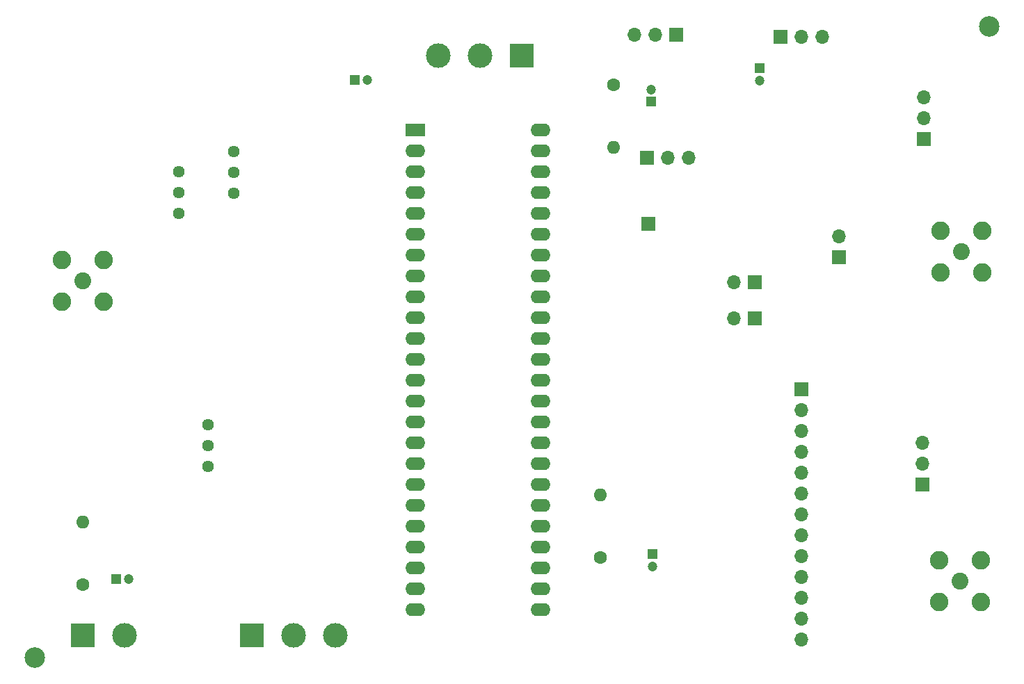
<source format=gbr>
%TF.GenerationSoftware,KiCad,Pcbnew,5.1.10-88a1d61d58~88~ubuntu18.04.1*%
%TF.CreationDate,2021-07-13T17:51:20-03:00*%
%TF.ProjectId,ASBF,41534246-2e6b-4696-9361-645f70636258,V1.1*%
%TF.SameCoordinates,Original*%
%TF.FileFunction,Soldermask,Bot*%
%TF.FilePolarity,Negative*%
%FSLAX46Y46*%
G04 Gerber Fmt 4.6, Leading zero omitted, Abs format (unit mm)*
G04 Created by KiCad (PCBNEW 5.1.10-88a1d61d58~88~ubuntu18.04.1) date 2021-07-13 17:51:20*
%MOMM*%
%LPD*%
G01*
G04 APERTURE LIST*
%ADD10C,3.000000*%
%ADD11R,3.000000X3.000000*%
%ADD12C,1.200000*%
%ADD13R,1.200000X1.200000*%
%ADD14O,2.400000X1.600000*%
%ADD15R,2.400000X1.600000*%
%ADD16C,1.440000*%
%ADD17O,1.600000X1.600000*%
%ADD18C,1.600000*%
%ADD19C,2.250000*%
%ADD20C,2.050000*%
%ADD21O,1.700000X1.700000*%
%ADD22R,1.700000X1.700000*%
%ADD23C,2.500000*%
G04 APERTURE END LIST*
D10*
%TO.C,J2*%
X82169000Y-96012000D03*
D11*
X77089000Y-96012000D03*
%TD*%
D12*
%TO.C,C12*%
X159512000Y-28424000D03*
D13*
X159512000Y-26924000D03*
%TD*%
D12*
%TO.C,C17*%
X146431000Y-87606000D03*
D13*
X146431000Y-86106000D03*
%TD*%
D12*
%TO.C,C16*%
X146304000Y-29488000D03*
D13*
X146304000Y-30988000D03*
%TD*%
D14*
%TO.C,J4*%
X132842000Y-34417000D03*
X117602000Y-92837000D03*
X132842000Y-36957000D03*
X117602000Y-90297000D03*
X132842000Y-39497000D03*
X117602000Y-87757000D03*
X132842000Y-42037000D03*
X117602000Y-85217000D03*
X132842000Y-44577000D03*
X117602000Y-82677000D03*
X132842000Y-47117000D03*
X117602000Y-80137000D03*
X132842000Y-49657000D03*
X117602000Y-77597000D03*
X132842000Y-52197000D03*
X117602000Y-75057000D03*
X132842000Y-54737000D03*
X117602000Y-72517000D03*
X132842000Y-57277000D03*
X117602000Y-69977000D03*
X132842000Y-59817000D03*
X117602000Y-67437000D03*
X132842000Y-62357000D03*
X117602000Y-64897000D03*
X132842000Y-64897000D03*
X117602000Y-62357000D03*
X132842000Y-67437000D03*
X117602000Y-59817000D03*
X132842000Y-69977000D03*
X117602000Y-57277000D03*
X132842000Y-72517000D03*
X117602000Y-54737000D03*
X132842000Y-75057000D03*
X117602000Y-52197000D03*
X132842000Y-77597000D03*
X117602000Y-49657000D03*
X132842000Y-80137000D03*
X117602000Y-47117000D03*
X132842000Y-82677000D03*
X117602000Y-44577000D03*
X132842000Y-85217000D03*
X117602000Y-42037000D03*
X132842000Y-87757000D03*
X117602000Y-39497000D03*
X132842000Y-90297000D03*
X117602000Y-36957000D03*
X132842000Y-92837000D03*
D15*
X117602000Y-34417000D03*
%TD*%
D16*
%TO.C,RV3*%
X95504000Y-42164000D03*
X95504000Y-39624000D03*
X95504000Y-37084000D03*
%TD*%
%TO.C,RV2*%
X92329000Y-75438000D03*
X92329000Y-72898000D03*
X92329000Y-70358000D03*
%TD*%
%TO.C,RV1*%
X88773000Y-44577000D03*
X88773000Y-42037000D03*
X88773000Y-39497000D03*
%TD*%
D17*
%TO.C,L3*%
X140081000Y-78867000D03*
D18*
X140081000Y-86487000D03*
%TD*%
D17*
%TO.C,L2*%
X141732000Y-36576000D03*
D18*
X141732000Y-28956000D03*
%TD*%
D17*
%TO.C,L1*%
X77089000Y-82169000D03*
D18*
X77089000Y-89789000D03*
%TD*%
D10*
%TO.C,J17*%
X120396000Y-25400000D03*
X125476000Y-25400000D03*
D11*
X130556000Y-25400000D03*
%TD*%
D19*
%TO.C,J16*%
X181483000Y-51816000D03*
X181483000Y-46736000D03*
X186563000Y-46736000D03*
X186563000Y-51816000D03*
D20*
X184023000Y-49276000D03*
%TD*%
D21*
%TO.C,J15*%
X179451000Y-30480000D03*
X179451000Y-33020000D03*
D22*
X179451000Y-35560000D03*
%TD*%
D21*
%TO.C,J14*%
X169164000Y-47371000D03*
D22*
X169164000Y-49911000D03*
%TD*%
D21*
%TO.C,J13*%
X167132000Y-23114000D03*
X164592000Y-23114000D03*
D22*
X162052000Y-23114000D03*
%TD*%
D21*
%TO.C,J12*%
X144272000Y-22860000D03*
X146812000Y-22860000D03*
D22*
X149352000Y-22860000D03*
%TD*%
D21*
%TO.C,J11*%
X150876000Y-37846000D03*
X148336000Y-37846000D03*
D22*
X145796000Y-37846000D03*
%TD*%
%TO.C,J10*%
X145923000Y-45847000D03*
%TD*%
D21*
%TO.C,J9*%
X156337000Y-52959000D03*
D22*
X158877000Y-52959000D03*
%TD*%
D21*
%TO.C,J8*%
X156337000Y-57404000D03*
D22*
X158877000Y-57404000D03*
%TD*%
D21*
%TO.C,J7*%
X164592000Y-96520000D03*
X164592000Y-93980000D03*
X164592000Y-91440000D03*
X164592000Y-88900000D03*
X164592000Y-86360000D03*
X164592000Y-83820000D03*
X164592000Y-81280000D03*
X164592000Y-78740000D03*
X164592000Y-76200000D03*
X164592000Y-73660000D03*
X164592000Y-71120000D03*
X164592000Y-68580000D03*
D22*
X164592000Y-66040000D03*
%TD*%
D19*
%TO.C,J6*%
X181356000Y-91948000D03*
X181356000Y-86868000D03*
X186436000Y-86868000D03*
X186436000Y-91948000D03*
D20*
X183896000Y-89408000D03*
%TD*%
D21*
%TO.C,J5*%
X179324000Y-72517000D03*
X179324000Y-75057000D03*
D22*
X179324000Y-77597000D03*
%TD*%
D10*
%TO.C,J3*%
X107823000Y-96012000D03*
X102743000Y-96012000D03*
D11*
X97663000Y-96012000D03*
%TD*%
D19*
%TO.C,J1*%
X74549000Y-55372000D03*
X74549000Y-50292000D03*
X79629000Y-50292000D03*
X79629000Y-55372000D03*
D20*
X77089000Y-52832000D03*
%TD*%
D23*
%TO.C,H2*%
X187452000Y-21844000D03*
%TD*%
%TO.C,H1*%
X71247000Y-98679000D03*
%TD*%
D12*
%TO.C,C10*%
X111736000Y-28321000D03*
D13*
X110236000Y-28321000D03*
%TD*%
D12*
%TO.C,C9*%
X82653000Y-89154000D03*
D13*
X81153000Y-89154000D03*
%TD*%
M02*

</source>
